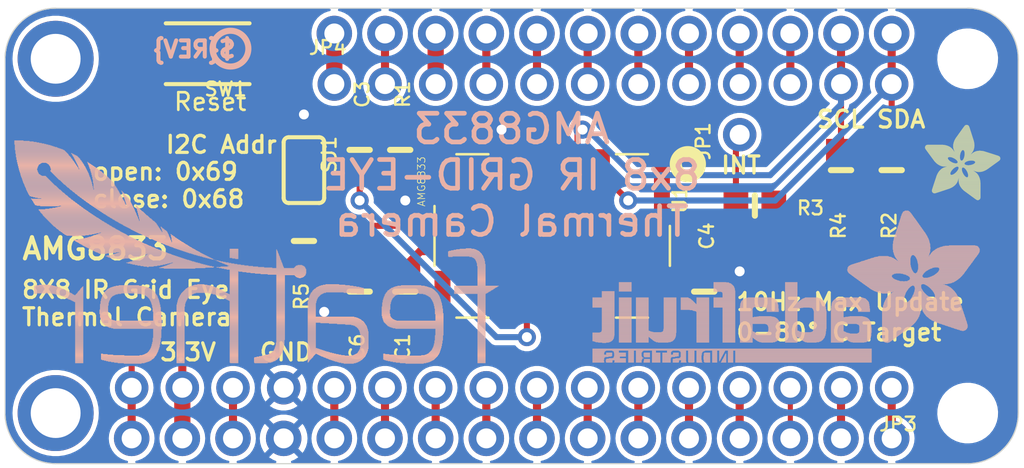
<source format=kicad_pcb>
(kicad_pcb (version 20221018) (generator pcbnew)
  (layers (0 "F.Cu" signal) (31 "B.Cu" signal) (34 "B.Paste" user) (35 "F.Paste" user) (36 "B.SilkS" user "B.Silkscreen") (37 "F.SilkS" user "F.Silkscreen") (38 "B.Mask" user) (39 "F.Mask" user) (44 "Edge.Cuts" user))
  (net 0 "")
  (net 1 "GND")
  (net 2 "SCL")
  (net 3 "SDA")
  (net 4 "G")
  (net 5 "TX")
  (net 6 "RX")
  (net 7 "MISO")
  (net 8 "MOSI")
  (net 9 "SCK")
  (net 10 "F")
  (net 11 "E")
  (net 12 "D")
  (net 13 "C")
  (net 14 "B")
  (net 15 "A")
  (net 16 "AREF")
  (net 17 "VBAT")
  (net 18 "EN")
  (net 19 "USB")
  (net 20 "N")
  (net 21 "M")
  (net 22 "L")
  (net 23 "K")
  (net 24 "J")
  (net 25 "I")
  (net 26 "H")
  (net 27 "RESET")
  (net 28 "INT")
  (net 29 "N$2")
  (net 30 "AVDD-PC1")
  (net 31 "N$4")
  (net 32 "DVDD-PC1")
  (net 33 "VCC")
  (footprint "working:SOLDERJUMPER_ARROW_NOPASTE" (layer "F.Cu") (at 138.0871 101.7016 -90)
    (fp_text reference "SJ1" (at -1.778 -1.27 90) (layer "F.SilkS") (effects (font (size 0.692831 0.692831) (thickness 0.119969)) (justify right)))
    (fp_text value "ADDR")
    (fp_poly (pts (xy 0.201021 0) (xy -0.560979 0.762) (xy -1.1684 0.762) (xy -1.1684 -0.762) (xy -0.560979 -0.762)) (fill solid) (layer "F.Cu"))
    (fp_poly (pts (xy 1.1684 0.762) (xy -0.186831 0.762) (xy 0.548892 0) (xy -0.186831 -0.762) (xy 1.1684 -0.762)) (fill solid) (layer "F.Cu"))
    (pad "1" smd roundrect (at -1.016 0 270) (size 0.762 1.524) (layers "F.Cu") (net 1 "GND"))
    (pad "2" smd roundrect (at 1.016 0 270) (size 0.762 1.524) (layers "F.Cu") (net 29 "N$2"))
  )
  (footprint "working:0805-NO" (layer "F.Cu") (at 160.6931 103.4796)
    (fp_text reference "R3" (at 2.032 0.127) (layer "F.SilkS") (effects (font (size 0.692831 0.692831) (thickness 0.119969)) (justify left)))
    (fp_text value "10K")
    (pad "1" smd rect (at -0.95 0) (size 1.24 1.5) (layers "F.Cu" "F.Paste" "F.Mask") (net 28 "INT"))
    (pad "2" smd rect (at 0.95 0) (size 1.24 1.5) (layers "F.Cu" "F.Paste" "F.Mask") (net 33 "VCC"))
  )
  (footprint "working:1X01_ROUND" (layer "F.Cu") (at 159.9311 99.9236 90)
    (fp_text reference "JP1" (at -1.3462 -1.8288 90) (layer "F.SilkS") (effects (font (size 0.692831 0.692831) (thickness 0.119969)) (justify left)))
    (fp_text value "")
    (pad "1" thru_hole circle (at 0 0 180) (size 1.6764 1.6764) (drill 1) (layers "*.Cu" "*.Mask") (net 28 "INT"))
  )
  (footprint "working:AMG8833" (layer "F.Cu") (at 150.5331 105.0036 180)
    (fp_text reference "U1" (at -6.4 2.6 90) (layer "F.SilkS") (effects (font (size 0.692831 0.692831) (thickness 0.119969)) (justify right)))
    (fp_text value "AMG8833" (at 6.554 4.013 90) (layer "F.SilkS") (effects (font (size 0.369824 0.369824) (thickness 0.036576)) (justify right)))
    (pad "1" smd rect (at -5.5 2.55 270) (size 3.6 0.8) (layers "F.Cu" "F.Paste" "F.Mask"))
    (pad "2" smd rect (at -2.54 3.05 270) (size 2.6 0.7) (layers "F.Cu" "F.Paste" "F.Mask") (net 3 "SDA"))
    (pad "3" smd rect (at -1.27 3.05 270) (size 2.6 0.7) (layers "F.Cu" "F.Paste" "F.Mask") (net 2 "SCL"))
    (pad "4" smd rect (at 0 3.05 270) (size 2.6 0.7) (layers "F.Cu" "F.Paste" "F.Mask") (net 28 "INT"))
    (pad "5" smd rect (at 1.27 3.05 270) (size 2.6 0.7) (layers "F.Cu" "F.Paste" "F.Mask") (net 29 "N$2"))
    (pad "6" smd rect (at 2.54 3.05 270) (size 2.6 0.7) (layers "F.Cu" "F.Paste" "F.Mask") (net 1 "GND"))
    (pad "7" smd rect (at 5.5 3.05 270) (size 2.6 0.8) (layers "F.Cu" "F.Paste" "F.Mask"))
    (pad "8" smd rect (at 5.5 -3.05 270) (size 2.6 0.8) (layers "F.Cu" "F.Paste" "F.Mask"))
    (pad "9" smd rect (at 2.54 -3.05 270) (size 2.6 0.7) (layers "F.Cu" "F.Paste" "F.Mask") (net 33 "VCC"))
    (pad "10" smd rect (at 1.27 -3.05 270) (size 2.6 0.7) (layers "F.Cu" "F.Paste" "F.Mask") (net 30 "AVDD-PC1"))
    (pad "11" smd rect (at 0 -3.05 270) (size 2.6 0.7) (layers "F.Cu" "F.Paste" "F.Mask"))
    (pad "12" smd rect (at -1.27 -3.05 270) (size 2.6 0.7) (layers "F.Cu" "F.Paste" "F.Mask") (net 32 "DVDD-PC1"))
    (pad "13" smd rect (at -2.54 -3.05 270) (size 2.6 0.7) (layers "F.Cu" "F.Paste" "F.Mask") (net 33 "VCC"))
    (pad "14" smd rect (at -5.5 -3.05 270) (size 2.6 0.8) (layers "F.Cu" "F.Paste" "F.Mask"))
  )
  (footprint "working:0805-NO" (layer "F.Cu") (at 140.8811 100.6856 90)
    (fp_text reference "C3" (at 2.032 0.127 90) (layer "F.SilkS") (effects (font (size 0.692831 0.692831) (thickness 0.119969)) (justify left)))
    (fp_text value "1uF")
    (pad "1" smd rect (at -0.95 0 90) (size 1.24 1.5) (layers "F.Cu" "F.Paste" "F.Mask") (net 30 "AVDD-PC1"))
    (pad "2" smd rect (at 0.95 0 90) (size 1.24 1.5) (layers "F.Cu" "F.Paste" "F.Mask") (net 31 "N$4"))
  )
  (footprint "working:ADAFRUIT_3.5MM" (layer "F.Cu") (at 169.2021 103.2256)
    (fp_text reference "U$14" hide)
    (fp_text value "" hide)
  )
  (footprint "working:1X16_ROUND" (layer "F.Cu") (at 148.5011 112.6236 180)
    (fp_text reference "JP3" (at -20.3962 -1.8288) (layer "F.SilkS") (effects (font (size 0.692831 0.692831) (thickness 0.119969)) (justify right)))
    (fp_text value "")
    (pad "1" thru_hole circle (at -19.05 0 270) (size 1.6764 1.6764) (drill 1) (layers "*.Cu" "*.Mask") (net 4 "G"))
    (pad "2" thru_hole circle (at -16.51 0 270) (size 1.6764 1.6764) (drill 1) (layers "*.Cu" "*.Mask") (net 5 "TX"))
    (pad "3" thru_hole circle (at -13.97 0 270) (size 1.6764 1.6764) (drill 1) (layers "*.Cu" "*.Mask") (net 6 "RX"))
    (pad "4" thru_hole circle (at -11.43 0 270) (size 1.6764 1.6764) (drill 1) (layers "*.Cu" "*.Mask") (net 7 "MISO"))
    (pad "5" thru_hole circle (at -8.89 0 270) (size 1.6764 1.6764) (drill 1) (layers "*.Cu" "*.Mask") (net 8 "MOSI"))
    (pad "6" thru_hole circle (at -6.35 0 270) (size 1.6764 1.6764) (drill 1) (layers "*.Cu" "*.Mask") (net 9 "SCK"))
    (pad "7" thru_hole circle (at -3.81 0 270) (size 1.6764 1.6764) (drill 1) (layers "*.Cu" "*.Mask") (net 10 "F"))
    (pad "8" thru_hole circle (at -1.27 0 270) (size 1.6764 1.6764) (drill 1) (layers "*.Cu" "*.Mask") (net 11 "E"))
    (pad "9" thru_hole circle (at 1.27 0 270) (size 1.6764 1.6764) (drill 1) (layers "*.Cu" "*.Mask") (net 12 "D"))
    (pad "10" thru_hole circle (at 3.81 0 270) (size 1.6764 1.6764) (drill 1) (layers "*.Cu" "*.Mask") (net 13 "C"))
    (pad "11" thru_hole circle (at 6.35 0 270) (size 1.6764 1.6764) (drill 1) (layers "*.Cu" "*.Mask") (net 14 "B"))
    (pad "12" thru_hole circle (at 8.89 0 270) (size 1.6764 1.6764) (drill 1) (layers "*.Cu" "*.Mask") (net 15 "A"))
    (pad "13" thru_hole circle (at 11.43 0 270) (size 1.6764 1.6764) (drill 1) (layers "*.Cu" "*.Mask") (net 1 "GND"))
    (pad "14" thru_hole circle (at 13.97 0 270) (size 1.6764 1.6764) (drill 1) (layers "*.Cu" "*.Mask") (net 16 "AREF"))
    (pad "15" thru_hole circle (at 16.51 0 270) (size 1.6764 1.6764) (drill 1) (layers "*.Cu" "*.Mask") (net 33 "VCC"))
    (pad "16" thru_hole circle (at 19.05 0 270) (size 1.6764 1.6764) (drill 1) (layers "*.Cu" "*.Mask") (net 27 "RESET"))
  )
  (footprint "working:0805-NO" (layer "F.Cu") (at 143.1671 107.7976 -90)
    (fp_text reference "C1" (at 2.032 0.127 90) (layer "F.SilkS") (effects (font (size 0.692831 0.692831) (thickness 0.119969)) (justify right)))
    (fp_text value "10uF")
    (pad "1" smd rect (at -0.95 0 270) (size 1.24 1.5) (layers "F.Cu" "F.Paste" "F.Mask") (net 33 "VCC"))
    (pad "2" smd rect (at 0.95 0 270) (size 1.24 1.5) (layers "F.Cu" "F.Paste" "F.Mask") (net 1 "GND"))
  )
  (footprint "working:0805-NO" (layer "F.Cu") (at 167.5511 101.7016 -90)
    (fp_text reference "R2" (at 2.032 0.127 90) (layer "F.SilkS") (effects (font (size 0.692831 0.692831) (thickness 0.119969)) (justify right)))
    (fp_text value "10K")
    (pad "1" smd rect (at -0.95 0 270) (size 1.24 1.5) (layers "F.Cu" "F.Paste" "F.Mask") (net 3 "SDA"))
    (pad "2" smd rect (at 0.95 0 270) (size 1.24 1.5) (layers "F.Cu" "F.Paste" "F.Mask") (net 33 "VCC"))
  )
  (footprint "working:0805-NO" (layer "F.Cu") (at 140.8811 107.7976 -90)
    (fp_text reference "C6" (at 2.032 0.127 90) (layer "F.SilkS") (effects (font (size 0.692831 0.692831) (thickness 0.119969)) (justify right)))
    (fp_text value "0.1uF")
    (pad "1" smd rect (at -0.95 0 270) (size 1.24 1.5) (layers "F.Cu" "F.Paste" "F.Mask") (net 33 "VCC"))
    (pad "2" smd rect (at 0.95 0 270) (size 1.24 1.5) (layers "F.Cu" "F.Paste" "F.Mask") (net 1 "GND"))
  )
  (footprint "working:0805-NO" (layer "F.Cu") (at 165.0111 101.7016 -90)
    (fp_text reference "R4" (at 2.032 0.127 90) (layer "F.SilkS") (effects (font (size 0.692831 0.692831) (thickness 0.119969)) (justify right)))
    (fp_text value "10K")
    (pad "1" smd rect (at -0.95 0 270) (size 1.24 1.5) (layers "F.Cu" "F.Paste" "F.Mask") (net 2 "SCL"))
    (pad "2" smd rect (at 0.95 0 270) (size 1.24 1.5) (layers "F.Cu" "F.Paste" "F.Mask") (net 33 "VCC"))
  )
  (footprint "working:0805-NO" (layer "F.Cu") (at 138.0871 105.2576 -90)
    (fp_text reference "R5" (at 2.032 0.127 90) (layer "F.SilkS") (effects (font (size 0.692831 0.692831) (thickness 0.119969)) (justify right)))
    (fp_text value "10K")
    (pad "1" smd rect (at -0.95 0 270) (size 1.24 1.5) (layers "F.Cu" "F.Paste" "F.Mask") (net 29 "N$2"))
    (pad "2" smd rect (at 0.95 0 270) (size 1.24 1.5) (layers "F.Cu" "F.Paste" "F.Mask") (net 33 "VCC"))
  )
  (footprint "working:BTN_KMR2_4.6X2.8" (layer "F.Cu") (at 133.2611 95.8596 180)
    (fp_text reference "SW1" (at -2.032 -1.778) (layer "F.SilkS") (effects (font (size 0.692831 0.692831) (thickness 0.119969)) (justify right)))
    (fp_text value "")
    (pad "A" smd rect (at 2.05 -0.8 180) (size 0.9 1) (layers "F.Cu" "F.Paste" "F.Mask") (net 1 "GND"))
    (pad "A'" smd rect (at -2.05 -0.8 180) (size 0.9 1) (layers "F.Cu" "F.Paste" "F.Mask") (net 1 "GND"))
    (pad "B" smd rect (at 2.05 0.8 180) (size 0.9 1) (layers "F.Cu" "F.Paste" "F.Mask") (net 27 "RESET"))
    (pad "B'" smd rect (at -2.05 0.8 180) (size 0.9 1) (layers "F.Cu" "F.Paste" "F.Mask") (net 27 "RESET"))
  )
  (footprint "working:FIDUCIAL_1MM" (layer "F.Cu") (at 172.6301 111.3806)
    (fp_text reference "FID2" hide)
    (fp_text value "FIDUCIAL\"\"" hide)
    (pad "1" smd roundrect (at 0 0) (size 1 1) (layers "F.Cu" "F.Mask") (roundrect_rratio 0.5))
  )
  (footprint "working:FEATHERWING" (layer "F.Cu") (at 123.1011 116.4336)
    (fp_text reference "MS1" hide)
    (fp_text value "FEATHERWING" hide)
    (fp_line (start 0 -20.32) (end 0 -2.54) (stroke (width 0.05)) (layer "Edge.Cuts"))
    (fp_line (start 2.54 0) (end 48.26 0) (stroke (width 0.05)) (layer "Edge.Cuts"))
    (fp_line (start 48.26 -22.86) (end 2.54 -22.86) (stroke (width 0.05)) (layer "Edge.Cuts"))
    (fp_line (start 50.8 -2.54) (end 50.8 -20.32) (stroke (width 0.05)) (layer "Edge.Cuts"))
    (fp_arc (start 0 -20.32) (mid 0.743949 -22.116051) (end 2.54 -22.86) (stroke (width 0.05)) (layer "Edge.Cuts"))
    (fp_arc (start 2.54 0) (mid 0.743949 -0.743949) (end 0 -2.54) (stroke (width 0.05)) (layer "Edge.Cuts"))
    (fp_arc (start 48.26 -22.86) (mid 50.056051 -22.116051) (end 50.8 -20.32) (stroke (width 0.05)) (layer "Edge.Cuts"))
    (fp_arc (start 50.8 -2.54) (mid 50.056051 -0.743949) (end 48.26 0) (stroke (width 0.05)) (layer "Edge.Cuts"))
    (pad "" np_thru_hole circle (at 48.26 -20.32) (size 2.54 2.54) (drill 2.54) (layers "*.Cu" "*.Mask"))
    (pad "" np_thru_hole circle (at 48.26 -2.54) (size 2.54 2.54) (drill 2.54) (layers "*.Cu" "*.Mask"))
    (pad "1" thru_hole circle (at 6.35 -1.27) (size 1.778 1.778) (drill 1) (layers "*.Cu" "*.Mask") (net 27 "RESET"))
    (pad "2" thru_hole circle (at 8.89 -1.27) (size 1.778 1.778) (drill 1) (layers "*.Cu" "*.Mask") (net 33 "VCC"))
    (pad "3" thru_hole circle (at 11.43 -1.27) (size 1.778 1.778) (drill 1) (layers "*.Cu" "*.Mask") (net 16 "AREF"))
    (pad "4" thru_hole circle (at 13.97 -1.27) (size 1.778 1.778) (drill 1) (layers "*.Cu" "*.Mask") (net 1 "GND"))
    (pad "5" thru_hole circle (at 16.51 -1.27) (size 1.778 1.778) (drill 1) (layers "*.Cu" "*.Mask") (net 15 "A"))
    (pad "6" thru_hole circle (at 19.05 -1.27) (size 1.778 1.778) (drill 1) (layers "*.Cu" "*.Mask") (net 14 "B"))
    (pad "7" thru_hole circle (at 21.59 -1.27) (size 1.778 1.778) (drill 1) (layers "*.Cu" "*.Mask") (net 13 "C"))
    (pad "8" thru_hole circle (at 24.13 -1.27) (size 1.778 1.778) (drill 1) (layers "*.Cu" "*.Mask") (net 12 "D"))
    (pad "9" thru_hole circle (at 26.67 -1.27) (size 1.778 1.778) (drill 1) (layers "*.Cu" "*.Mask") (net 11 "E"))
    (pad "10" thru_hole circle (at 29.21 -1.27) (size 1.778 1.778) (drill 1) (layers "*.Cu" "*.Mask") (net 10 "F"))
    (pad "11" thru_hole circle (at 31.75 -1.27) (size 1.778 1.778) (drill 1) (layers "*.Cu" "*.Mask") (net 9 "SCK"))
    (pad "12" thru_hole circle (at 34.29 -1.27) (size 1.778 1.778) (drill 1) (layers "*.Cu" "*.Mask") (net 8 "MOSI"))
    (pad "13" thru_hole circle (at 36.83 -1.27) (size 1.778 1.778) (drill 1) (layers "*.Cu" "*.Mask") (net 7 "MISO"))
    (pad "14" thru_hole circle (at 39.37 -1.27) (size 1.778 1.778) (drill 1) (layers "*.Cu" "*.Mask") (net 6 "RX"))
    (pad "15" thru_hole circle (at 41.91 -1.27) (size 1.778 1.778) (drill 1) (layers "*.Cu" "*.Mask") (net 5 "TX"))
    (pad "16" thru_hole circle (at 44.45 -1.27) (size 1.778 1.778) (drill 1) (layers "*.Cu" "*.Mask") (net 4 "G"))
    (pad "17" thru_hole circle (at 44.45 -21.59) (size 1.778 1.778) (drill 1) (layers "*.Cu" "*.Mask") (net 3 "SDA"))
    (pad "18" thru_hole circle (at 41.91 -21.59) (size 1.778 1.778) (drill 1) (layers "*.Cu" "*.Mask") (net 2 "SCL"))
    (pad "19" thru_hole circle (at 39.37 -21.59) (size 1.778 1.778) (drill 1) (layers "*.Cu" "*.Mask") (net 26 "H"))
    (pad "20" thru_hole circle (at 36.83 -21.59) (size 1.778 1.778) (drill 1) (layers "*.Cu" "*.Mask") (net 25 "I"))
    (pad "21" thru_hole circle (at 34.29 -21.59) (size 1.778 1.778) (drill 1) (layers "*.Cu" "*.Mask") (net 24 "J"))
    (pad "22" thru_hole circle (at 31.75 -21.59) (size 1.778 1.778) (drill 1) (layers "*.Cu" "*.Mask") (net 23 "K"))
    (pad "23" thru_hole circle (at 29.21 -21.59) (size 1.778 1.778) (drill 1) (layers "*.Cu" "*.Mask") (net 22 "L"))
    (pad "24" thru_hole circle (at 26.67 -21.59) (size 1.778 1.778) (drill 1) (layers "*.Cu" "*.Mask") (net 21 "M"))
    (pad "25" thru_hole circle (at 24.13 -21.59) (size 1.778 1.778) (drill 1) (layers "*.Cu" "*.Mask") (net 20 "N"))
    (pad "26" thru_hole circle (at 21.59 -21.59) (size 1.778 1.778) (drill 1) (layers "*.Cu" "*.Mask") (net 19 "USB"))
    (pad "27" thru_hole circle (at 19.05 -21.59) (size 1.778 1.778) (drill 1) (layers "*.Cu" "*.Mask") (net 18 "EN"))
    (pad "28" thru_hole circle (at 16.51 -21.59) (size 1.778 1.778) (drill 1) (layers "*.Cu" "*.Mask") (net 17 "VBAT"))
    (pad "P$1" thru_hole circle (at 2.54 -20.32) (size 3.81 3.81) (drill 2.5) (layers "*.Cu" "*.Mask"))
    (pad "P$2" thru_hole circle (at 2.54 -2.54) (size 3.81 3.81) (drill 2.5) (layers "*.Cu" "*.Mask"))
  )
  (footprint "working:0805-NO" (layer "F.Cu") (at 142.9131 100.6856 90)
    (fp_text reference "R1" (at 2.032 0.127 90) (layer "F.SilkS") (effects (font (size 0.692831 0.692831) (thickness 0.119969)) (justify left)))
    (fp_text value "22 1%")
    (pad "1" smd rect (at -0.95 0 90) (size 1.24 1.5) (layers "F.Cu" "F.Paste" "F.Mask") (net 1 "GND"))
    (pad "2" smd rect (at 0.95 0 90) (size 1.24 1.5) (layers "F.Cu" "F.Paste" "F.Mask") (net 31 "N$4"))
  )
  (footprint "working:FIDUCIAL_1MM" (layer "F.Cu") (at 128.5471 98.3046)
    (fp_text reference "FID1" hide)
    (fp_text value "FIDUCIAL\"\"" hide)
    (pad "1" smd roundrect (at 0 0) (size 1 1) (layers "F.Cu" "F.Mask") (roundrect_rratio 0.5))
  )
  (footprint "working:0805-NO" (layer "F.Cu") (at 158.1531 107.7976 90)
    (fp_text reference "C4" (at 2.032 0.127 90) (layer "F.SilkS") (effects (font (size 0.692831 0.692831) (thickness 0.119969)) (justify left)))
    (fp_text value "2.2uF")
    (pad "1" smd rect (at -0.95 0 90) (size 1.24 1.5) (layers "F.Cu" "F.Paste" "F.Mask") (net 32 "DVDD-PC1"))
    (pad "2" smd rect (at 0.95 0 90) (size 1.24 1.5) (layers "F.Cu" "F.Paste" "F.Mask") (net 1 "GND"))
  )
  (footprint "working:1X12_ROUND" (layer "F.Cu") (at 153.5811 97.3836)
    (fp_text reference "JP4" (at -15.3162 -1.8288) (layer "F.SilkS") (effects (font (size 0.692831 0.692831) (thickness 0.119969)) (justify left)))
    (fp_text value "")
    (pad "1" thru_hole circle (at -13.97 0 90) (size 1.6764 1.6764) (drill 1) (layers "*.Cu" "*.Mask") (net 17 "VBAT"))
    (pad "2" thru_hole circle (at -11.43 0 90) (size 1.6764 1.6764) (drill 1) (layers "*.Cu" "*.Mask") (net 18 "EN"))
    (pad "3" thru_hole circle (at -8.89 0 90) (size 1.6764 1.6764) (drill 1) (layers "*.Cu" "*.Mask") (net 19 "USB"))
    (pad "4" thru_hole circle (at -6.35 0 90) (size 1.6764 1.6764) (drill 1) (layers "*.Cu" "*.Mask") (net 20 "N"))
    (pad "5" thru_hole circle (at -3.81 0 90) (size 1.6764 1.6764) (drill 1) (layers "*.Cu" "*.Mask") (net 21 "M"))
    (pad "6" thru_hole circle (at -1.27 0 90) (size 1.6764 1.6764) (drill 1) (layers "*.Cu" "*.Mask") (net 22 "L"))
    (pad "7" thru_hole circle (at 1.27 0 90) (size 1.6764 1.6764) (drill 1) (layers "*.Cu" "*.Mask") (net 23 "K"))
    (pad "8" thru_hole circle (at 3.81 0 90) (size 1.6764 1.6764) (drill 1) (layers "*.Cu" "*.Mask") (net 24 "J"))
    (pad "9" thru_hole circle (at 6.35 0 90) (size 1.6764 1.6764) (drill 1) (layers "*.Cu" "*.Mask") (net 25 "I"))
    (pad "10" thru_hole circle (at 8.89 0 90) (size 1.6764 1.6764) (drill 1) (layers "*.Cu" "*.Mask") (net 26 "H"))
    (pad "11" thru_hole circle (at 11.43 0 90) (size 1.6764 1.6764) (drill 1) (layers "*.Cu" "*.Mask") (net 2 "SCL"))
    (pad "12" thru_hole circle (at 13.97 0 90) (size 1.6764 1.6764) (drill 1) (layers "*.Cu" "*.Mask") (net 3 "SDA"))
  )
  (footprint "working:PCBFEAT-REV-040" (layer "B.Cu") (at 134.4041 95.6056 180)
    (fp_text reference "U$16" hide)
    (fp_text value "" hide)
    (fp_text user "${REV}" (at -0.3556 -0.508) (layer "B.SilkS") (effects (font (size 0.8128 0.8128) (thickness 0.2032)) (justify left bottom mirror)))
  )
  (footprint "working:FEATHERLOGO" (layer "B.Cu") (at 147.8661 111.4806 180)
    (fp_text reference "U$15" hide)
    (fp_text value "" hide)
  )
  (footprint "working:ADAFRUIT_TEXT_20MM" (layer "B.Cu") (at 172.1231 111.3536 180)
    (fp_text reference "U$2" hide)
    (fp_text value "" hide)
  )
  (gr_line (start 173.9011 96.1136) (end 173.9011 113.8936) (stroke (width 0.05)) (layer "Edge.Cuts"))
  (gr_line (start 123.1011 113.8936) (end 123.1011 96.1136) (stroke (width 0.05)) (layer "Edge.Cuts"))
  (gr_line (start 171.3611 116.4336) (end 125.6411 116.4336) (stroke (width 0.05)) (layer "Edge.Cuts"))
  (gr_arc (start 123.1011 96.1136) (mid 123.845049 94.317549) (end 125.6411 93.5736) (stroke (width 0.05)) (layer "Edge.Cuts"))
  (gr_arc (start 171.3611 93.5736) (mid 173.157151 94.317549) (end 173.9011 96.1136) (stroke (width 0.05)) (layer "Edge.Cuts"))
  (gr_arc (start 125.6411 116.4336) (mid 123.845049 115.689651) (end 123.1011 113.8936) (stroke (width 0.05)) (layer "Edge.Cuts"))
  (gr_arc (start 173.9011 113.8936) (mid 173.157151 115.689651) (end 171.3611 116.4336) (stroke (width 0.05)) (layer "Edge.Cuts"))
  (gr_text "AMG8833\n8x8 IR GRID-EYE\nThermal Camera" (at 148.5011 101.9556) (layer "B.SilkS") (effects (font (size 1.441704 1.441704) (thickness 0.234696)) (justify mirror)))
  (gr_text "AMG8833" (at 123.8631 106.2736) (layer "F.SilkS") (effects (font (size 1.0668 1.0668) (thickness 0.2032)) (justify left bottom)))
  (gr_text "GND" (at 138.5951 110.3376) (layer "F.SilkS") (effects (font (size 0.85344 0.85344) (thickness 0.16256)) (justify right top)))
  (gr_text "8X8 IR Grid Eye\nThermal Camera" (at 123.8631 109.5756) (layer "F.SilkS") (effects (font (size 0.85344 0.85344) (thickness 0.16256)) (justify left bottom)))
  (gr_text "10Hz Max Update" (at 159.6771 108.8136) (layer "F.SilkS") (effects (font (size 0.85344 0.85344) (thickness 0.16256)) (justify left bottom)))
  (gr_text "3.3V" (at 133.7691 110.3376) (layer "F.SilkS") (effects (font (size 0.85344 0.85344) (thickness 0.16256)) (justify right top)))
  (gr_text "SDA" (at 169.3291 98.6536) (layer "F.SilkS") (effects (font (size 0.85344 0.85344) (thickness 0.16256)) (justify right top)))
  (gr_text "open: 0x69\nclose: 0x68" (at 127.4191 102.4636) (layer "F.SilkS") (effects (font (size 0.85344 0.85344) (thickness 0.16256)) (justify left)))
  (gr_text "0-80° C Target" (at 159.6771 110.3376) (layer "F.SilkS") (effects (font (size 0.85344 0.85344) (thickness 0.16256)) (justify left bottom)))
  (gr_text "I2C Addr" (at 136.8171 99.9236) (layer "F.SilkS") (effects (font (size 0.85344 0.85344) (thickness 0.16256)) (justify right top)))
  (gr_text "INT" (at 158.9151 101.9556) (layer "F.SilkS") (effects (font (size 0.85344 0.85344) (thickness 0.16256)) (justify left bottom)))
  (gr_text "SCL" (at 166.2811 98.6536) (layer "F.SilkS") (effects (font (size 0.85344 0.85344) (thickness 0.16256)) (justify right top)))
  (gr_text "Reset" (at 133.3881 98.2726) (layer "F.SilkS") (effects (font (size 0.88392 0.88392) (thickness 0.13208))))
  (segment (start 159.8651 106.8476) (end 159.9311 106.7816) (width 0.3048) (layer "F.Cu") (net 1))
  (segment (start 131.2111 96.6596) (end 135.3111 96.6596) (width 0.254) (layer "F.Cu") (net 1))
  (segment (start 138.0871 98.9076) (end 138.0871 100.6856) (width 0.3048) (layer "F.Cu") (net 1))
  (segment (start 135.3111 96.6596) (end 135.8391 96.6596) (width 0.3048) (layer "F.Cu") (net 1))
  (segment (start 140.8811 108.7476) (end 143.1671 108.7476) (width 0.3048) (layer "F.Cu") (net 1))
  (segment (start 142.9131 101.6356) (end 142.9131 102.9716) (width 0.3048) (layer "F.Cu") (net 1))
  (segment (start 139.1031 108.8136) (end 140.8151 108.8136) (width 0.3048) (layer "F.Cu") (net 1))
  (segment (start 147.9931 101.9536) (end 147.9931 99.6696) (width 0.3048) (layer "F.Cu") (net 1))
  (segment (start 140.8151 108.8136) (end 140.8811 108.7476) (width 0.3048) (layer "F.Cu") (net 1))
  (segment (start 135.8391 96.6596) (end 138.0871 98.9076) (width 0.3048) (layer "F.Cu") (net 1))
  (segment (start 142.9131 102.9716) (end 143.1671 103.2256) (width 0.3048) (layer "F.Cu") (net 1))
  (segment (start 158.1531 106.8476) (end 159.8651 106.8476) (width 0.3048) (layer "F.Cu") (net 1))
  (via (at 147.9931 99.6696) (size 0.9064) (drill 0.5) (layers "F.Cu" "B.Cu") (net 1))
  (via (at 138.0871 98.9076) (size 0.9064) (drill 0.5) (layers "F.Cu" "B.Cu") (net 1))
  (via (at 139.1031 108.8136) (size 0.9064) (drill 0.5) (layers "F.Cu" "B.Cu") (net 1))
  (via (at 143.1671 103.2256) (size 0.9064) (drill 0.5) (layers "F.Cu" "B.Cu") (net 1))
  (via (at 159.9311 106.7816) (size 0.9064) (drill 0.5) (layers "F.Cu" "B.Cu") (net 1))
  (segment (start 165.0111 100.7516) (end 165.0111 97.3836) (width 0.3048) (layer "F.Cu") (net 2))
  (segment (start 165.0111 97.3836) (end 165.0111 94.8436) (width 0.4064) (layer "F.Cu") (net 2))
  (segment (start 151.8031 101.9536) (end 151.8031 99.9236) (width 0.3048) (layer "F.Cu") (net 2))
  (segment (start 151.8031 99.9236) (end 152.0571 99.6696) (width 0.3048) (layer "F.Cu") (net 2))
  (via (at 152.0571 99.6696) (size 0.9064) (drill 0.5) (layers "F.Cu" "B.Cu") (net 2))
  (segment (start 154.5971 101.9556) (end 152.3111 99.6696) (width 0.3048) (layer "B.Cu") (net 2))
  (segment (start 161.4551 101.9556) (end 154.5971 101.9556) (width 0.3048) (layer "B.Cu") (net 2))
  (segment (start 152.3111 99.6696) (end 152.0571 99.6696) (width 0.3048) (layer "B.Cu") (net 2))
  (segment (start 161.4551 101.9556) (end 165.0111 98.3996) (width 0.3048) (layer "B.Cu") (net 2))
  (segment (start 165.0111 98.3996) (end 165.0111 97.3836) (width 0.3048) (layer "B.Cu") (net 2))
  (segment (start 165.0111 96.6216) (end 165.0111 97.3836) (width 0.254) (layer "B.Cu") (net 2))
  (segment (start 167.5511 97.3836) (end 167.5511 100.7516) (width 0.3048) (layer "F.Cu") (net 3))
  (segment (start 154.3431 103.2236) (end 154.3431 103.2256) (width 0.3048) (layer "F.Cu") (net 3))
  (segment (start 167.5511 97.3836) (end 167.5511 94.8436) (width 0.4064) (layer "F.Cu") (net 3))
  (segment (start 153.0731 101.9536) (end 154.3431 103.2236) (width 0.3048) (layer "F.Cu") (net 3))
  (via (at 154.3431 103.2256) (size 0.9064) (drill 0.5) (layers "F.Cu" "B.Cu") (net 3))
  (segment (start 161.7091 103.2256) (end 167.5511 97.3836) (width 0.3048) (layer "B.Cu") (net 3))
  (segment (start 154.3431 103.2256) (end 161.7091 103.2256) (width 0.3048) (layer "B.Cu") (net 3))
  (segment (start 167.5511 112.6236) (end 167.5511 115.1636) (width 0.4064) (layer "F.Cu") (net 4))
  (segment (start 165.0111 112.6236) (end 165.0111 115.1636) (width 0.4064) (layer "F.Cu") (net 5))
  (segment (start 162.4711 112.6236) (end 162.4711 115.1636) (width 0.254) (layer "F.Cu") (net 6))
  (segment (start 159.9311 112.6236) (end 159.9311 115.1636) (width 0.4064) (layer "F.Cu") (net 7))
  (segment (start 157.3911 112.6236) (end 157.3911 115.1636) (width 0.4064) (layer "F.Cu") (net 8))
  (segment (start 154.8511 112.6236) (end 154.8511 115.1636) (width 0.4064) (layer "F.Cu") (net 9))
  (segment (start 152.3111 112.6236) (end 152.3111 115.1636) (width 0.4064) (layer "F.Cu") (net 10))
  (segment (start 149.7711 112.6236) (end 149.7711 115.1636) (width 0.4064) (layer "F.Cu") (net 11))
  (segment (start 147.2311 112.6236) (end 147.2311 115.1636) (width 0.4064) (layer "F.Cu") (net 12))
  (segment (start 144.6911 112.6236) (end 144.6911 115.1636) (width 0.4064) (layer "F.Cu") (net 13))
  (segment (start 142.1511 112.6236) (end 142.1511 115.1636) (width 0.4064) (layer "F.Cu") (net 14))
  (segment (start 139.6111 115.1636) (end 139.6111 112.6236) (width 0.4064) (layer "F.Cu") (net 15))
  (segment (start 134.5311 112.6236) (end 134.5311 115.1636) (width 0.4064) (layer "F.Cu") (net 16))
  (segment (start 139.6111 97.3836) (end 139.6111 94.8436) (width 0.8128) (layer "F.Cu") (net 17))
  (segment (start 142.1511 97.3836) (end 142.1511 94.8436) (width 0.4064) (layer "F.Cu") (net 18))
  (segment (start 144.6911 97.3836) (end 144.6911 94.8436) (width 0.8128) (layer "F.Cu") (net 19))
  (segment (start 147.2311 97.3836) (end 147.2311 94.8436) (width 0.4064) (layer "F.Cu") (net 20))
  (segment (start 149.7711 97.3836) (end 149.7711 94.8436) (width 0.4064) (layer "F.Cu") (net 21))
  (segment (start 152.3111 97.3836) (end 152.3111 94.8436) (width 0.4064) (layer "F.Cu") (net 22))
  (segment (start 154.8511 97.3836) (end 154.8511 94.8436) (width 0.4064) (layer "F.Cu") (net 23))
  (segment (start 157.3911 97.3836) (end 157.3911 94.8436) (width 0.4064) (layer "F.Cu") (net 24))
  (segment (start 159.9311 97.3836) (end 159.9311 94.8436) (width 0.4064) (layer "F.Cu") (net 25))
  (segment (start 162.4711 97.3836) (end 162.4711 94.8436) (width 0.4064) (layer "F.Cu") (net 26))
  (segment (start 130.2131 95.3516) (end 130.4671 95.0976) (width 0.3048) (layer "F.Cu") (net 27))
  (segment (start 135.3111 95.0596) (end 131.2111 95.0596) (width 0.254) (layer "F.Cu") (net 27))
  (segment (start 129.4511 112.6236) (end 129.4511 100.4316) (width 0.3048) (layer "F.Cu") (net 27))
  (segment (start 130.2131 99.6696) (end 130.2131 95.3516) (width 0.3048) (layer "F.Cu") (net 27))
  (segment (start 129.4511 112.6236) (end 129.4511 115.1636) (width 0.4064) (layer "F.Cu") (net 27))
  (segment (start 129.4511 100.4316) (end 130.2131 99.6696) (width 0.3048) (layer "F.Cu") (net 27))
  (segment (start 130.4671 95.0976) (end 131.1731 95.0976) (width 0.3048) (layer "F.Cu") (net 27))
  (segment (start 131.1731 95.0976) (end 131.2111 95.0596) (width 0.3048) (layer "F.Cu") (net 27))
  (segment (start 151.2951 105.0036) (end 158.2191 105.0036) (width 0.3048) (layer "F.Cu") (net 28))
  (segment (start 150.5331 101.9536) (end 150.5331 104.2416) (width 0.3048) (layer "F.Cu") (net 28))
  (segment (start 159.7431 103.4796) (end 159.7431 100.1116) (width 0.3048) (layer "F.Cu") (net 28))
  (segment (start 159.7431 100.1116) (end 159.9311 99.9236) (width 0.3048) (layer "F.Cu") (net 28))
  (segment (start 158.2191 105.0036) (end 159.7431 103.4796) (width 0.3048) (layer "F.Cu") (net 28))
  (segment (start 150.5331 104.2416) (end 151.2951 105.0036) (width 0.3048) (layer "F.Cu") (net 28))
  (segment (start 138.0871 102.7176) (end 138.0871 104.3076) (width 0.4064) (layer "F.Cu") (net 29))
  (segment (start 148.5011 104.4956) (end 138.2751 104.4956) (width 0.3048) (layer "F.Cu") (net 29))
  (segment (start 138.2751 104.4956) (end 138.0871 104.3076) (width 0.3048) (layer "F.Cu") (net 29))
  (segment (start 149.2631 101.9536) (end 149.2631 103.7336) (width 0.3048) (layer "F.Cu") (net 29))
  (segment (start 149.2631 103.7336) (end 148.5011 104.4956) (width 0.3048) (layer "F.Cu") (net 29))
  (segment (start 140.8811 103.2256) (end 140.8811 101.6356) (width 0.3048) (layer "F.Cu") (net 30))
  (segment (start 149.2631 108.0536) (end 149.2631 110.0836) (width 0.3048) (layer "F.Cu") (net 30))
  (via (at 149.2631 110.0836) (size 0.9064) (drill 0.5) (layers "F.Cu" "B.Cu") (net 30))
  (via (at 140.8811 103.2256) (size 0.9064) (drill 0.5) (layers "F.Cu" "B.Cu") (net 30))
  (segment (start 147.7391 110.0836) (end 140.8811 103.2256) (width 0.3048) (layer "B.Cu") (net 30))
  (segment (start 149.2631 110.0836) (end 147.7391 110.0836) (width 0.3048) (layer "B.Cu") (net 30))
  (segment (start 140.8811 99.7356) (end 142.9131 99.7356) (width 0.4064) (layer "F.Cu") (net 31))
  (segment (start 151.8031 109.5756) (end 152.5651 110.3376) (width 0.3048) (layer "F.Cu") (net 32))
  (segment (start 151.8031 108.0536) (end 151.8031 109.5756) (width 0.3048) (layer "F.Cu") (net 32))
  (segment (start 156.5631 110.3376) (end 158.1531 108.7476) (width 0.3048) (layer "F.Cu") (net 32))
  (segment (start 152.5651 110.3376) (end 156.5631 110.3376) (width 0.3048) (layer "F.Cu") (net 32))
  (segment (start 143.1671 106.5276) (end 143.9291 105.7656) (width 0.4064) (layer "F.Cu") (net 33))
  (segment (start 161.7091 103.2916) (end 161.6431 103.4796) (width 0.4064) (layer "F.Cu") (net 33))
  (segment (start 136.3091 106.2736) (end 138.0211 106.2736) (width 0.4064) (layer "F.Cu") (net 33))
  (segment (start 131.9911 112.6236) (end 131.9911 110.5916) (width 0.4064) (layer "F.Cu") (net 33))
  (segment (start 143.1671 106.8476) (end 143.1671 106.5276) (width 0.4064) (layer "F.Cu") (net 33))
  (segment (start 159.9311 105.7656) (end 161.7091 103.9876) (width 0.4064) (layer "F.Cu") (net 33))
  (segment (start 131.9911 110.5916) (end 136.3091 106.2736) (width 0.4064) (layer "F.Cu") (net 33))
  (segment (start 138.6611 106.7816) (end 138.0871 106.2076) (width 0.4064) (layer "F.Cu") (net 33))
  (segment (start 153.3271 107.7996) (end 153.3271 105.7656) (width 0.4064) (layer "F.Cu") (net 33))
  (segment (start 147.9931 108.0536) (end 147.9931 105.7656) (width 0.4064) (layer "F.Cu") (net 33))
  (segment (start 165.0111 102.6516) (end 167.5511 102.6516) (width 0.4064) (layer "F.Cu") (net 33))
  (segment (start 161.6431 103.4796) (end 164.1831 103.4796) (width 0.4064) (layer "F.Cu") (net 33))
  (segment (start 147.9931 105.7656) (end 153.3271 105.7656) (width 0.4064) (layer "F.Cu") (net 33))
  (segment (start 140.8811 106.8476) (end 143.1671 106.8476) (width 0.4064) (layer "F.Cu") (net 33))
  (segment (start 140.8151 106.7816) (end 138.6611 106.7816) (width 0.4064) (layer "F.Cu") (net 33))
  (segment (start 140.8151 106.7816) (end 140.8811 106.8476) (width 0.4064) (layer "F.Cu") (net 33))
  (segment (start 161.7091 103.9876) (end 161.7091 103.2916) (width 0.4064) (layer "F.Cu") (net 33))
  (segment (start 143.9291 105.7656) (end 147.9931 105.7656) (width 0.4064) (layer "F.Cu") (net 33))
  (segment (start 131.9911 115.1636) (end 131.9911 112.6236) (width 0.8128) (layer "F.Cu") (net 33))
  (segment (start 164.1831 103.4796) (end 165.0111 102.6516) (width 0.4064) (layer "F.Cu") (net 33))
  (segment (start 138.0211 106.2736) (end 138.0871 106.2076) (width 0.4064) (layer "F.Cu") (net 33))
  (segment (start 153.0731 108.0536) (end 153.3271 107.7996) (width 0.4064) (layer "F.Cu") (net 33))
  (segment (start 153.3271 105.7656) (end 159.9311 105.7656) (width 0.4064) (layer "F.Cu") (net 33))
  (zone (net 1) (net_name "GND") (layer "B.Cu") (priority 6) (connect_pads (clearance 0.254)) (min_thickness 0.127) (fill yes (thermal_gap 0.304) (thermal_bridge_width 0.304))
    (polygon (pts (xy 174.1951 116.5606) (xy 122.9741 116.5606) (xy 122.9741 93.419231) (xy 174.1951 93.163966)))
  )
)
</source>
